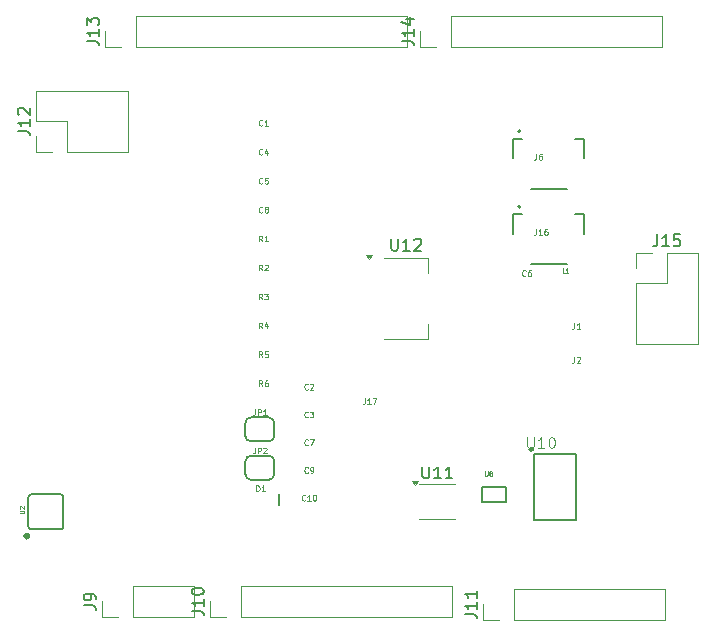
<source format=gbr>
%TF.GenerationSoftware,KiCad,Pcbnew,8.0.5*%
%TF.CreationDate,2024-12-11T22:42:58-06:00*%
%TF.ProjectId,4011MS2,34303131-4d53-4322-9e6b-696361645f70,1.0*%
%TF.SameCoordinates,Original*%
%TF.FileFunction,Legend,Top*%
%TF.FilePolarity,Positive*%
%FSLAX46Y46*%
G04 Gerber Fmt 4.6, Leading zero omitted, Abs format (unit mm)*
G04 Created by KiCad (PCBNEW 8.0.5) date 2024-12-11 22:42:58*
%MOMM*%
%LPD*%
G01*
G04 APERTURE LIST*
%ADD10C,0.121920*%
%ADD11C,0.150000*%
%ADD12C,0.032512*%
%ADD13C,0.030480*%
%ADD14C,0.080000*%
%ADD15C,0.120000*%
%ADD16C,0.203200*%
%ADD17C,0.152400*%
%ADD18C,0.406400*%
%ADD19C,0.127000*%
%ADD20C,0.254000*%
G04 APERTURE END LIST*
D10*
X141569120Y-105914332D02*
X141545897Y-105937555D01*
X141545897Y-105937555D02*
X141476229Y-105960777D01*
X141476229Y-105960777D02*
X141429783Y-105960777D01*
X141429783Y-105960777D02*
X141360114Y-105937555D01*
X141360114Y-105937555D02*
X141313669Y-105891109D01*
X141313669Y-105891109D02*
X141290446Y-105844663D01*
X141290446Y-105844663D02*
X141267223Y-105751772D01*
X141267223Y-105751772D02*
X141267223Y-105682103D01*
X141267223Y-105682103D02*
X141290446Y-105589212D01*
X141290446Y-105589212D02*
X141313669Y-105542766D01*
X141313669Y-105542766D02*
X141360114Y-105496320D01*
X141360114Y-105496320D02*
X141429783Y-105473097D01*
X141429783Y-105473097D02*
X141476229Y-105473097D01*
X141476229Y-105473097D02*
X141545897Y-105496320D01*
X141545897Y-105496320D02*
X141569120Y-105519543D01*
X141801349Y-105960777D02*
X141894240Y-105960777D01*
X141894240Y-105960777D02*
X141940686Y-105937555D01*
X141940686Y-105937555D02*
X141963909Y-105914332D01*
X141963909Y-105914332D02*
X142010354Y-105844663D01*
X142010354Y-105844663D02*
X142033577Y-105751772D01*
X142033577Y-105751772D02*
X142033577Y-105565989D01*
X142033577Y-105565989D02*
X142010354Y-105519543D01*
X142010354Y-105519543D02*
X141987132Y-105496320D01*
X141987132Y-105496320D02*
X141940686Y-105473097D01*
X141940686Y-105473097D02*
X141847794Y-105473097D01*
X141847794Y-105473097D02*
X141801349Y-105496320D01*
X141801349Y-105496320D02*
X141778126Y-105519543D01*
X141778126Y-105519543D02*
X141754903Y-105565989D01*
X141754903Y-105565989D02*
X141754903Y-105682103D01*
X141754903Y-105682103D02*
X141778126Y-105728549D01*
X141778126Y-105728549D02*
X141801349Y-105751772D01*
X141801349Y-105751772D02*
X141847794Y-105774995D01*
X141847794Y-105774995D02*
X141940686Y-105774995D01*
X141940686Y-105774995D02*
X141987132Y-105751772D01*
X141987132Y-105751772D02*
X142010354Y-105728549D01*
X142010354Y-105728549D02*
X142033577Y-105682103D01*
X137719120Y-83864332D02*
X137695897Y-83887555D01*
X137695897Y-83887555D02*
X137626229Y-83910777D01*
X137626229Y-83910777D02*
X137579783Y-83910777D01*
X137579783Y-83910777D02*
X137510114Y-83887555D01*
X137510114Y-83887555D02*
X137463669Y-83841109D01*
X137463669Y-83841109D02*
X137440446Y-83794663D01*
X137440446Y-83794663D02*
X137417223Y-83701772D01*
X137417223Y-83701772D02*
X137417223Y-83632103D01*
X137417223Y-83632103D02*
X137440446Y-83539212D01*
X137440446Y-83539212D02*
X137463669Y-83492766D01*
X137463669Y-83492766D02*
X137510114Y-83446320D01*
X137510114Y-83446320D02*
X137579783Y-83423097D01*
X137579783Y-83423097D02*
X137626229Y-83423097D01*
X137626229Y-83423097D02*
X137695897Y-83446320D01*
X137695897Y-83446320D02*
X137719120Y-83469543D01*
X137997794Y-83632103D02*
X137951349Y-83608880D01*
X137951349Y-83608880D02*
X137928126Y-83585657D01*
X137928126Y-83585657D02*
X137904903Y-83539212D01*
X137904903Y-83539212D02*
X137904903Y-83515989D01*
X137904903Y-83515989D02*
X137928126Y-83469543D01*
X137928126Y-83469543D02*
X137951349Y-83446320D01*
X137951349Y-83446320D02*
X137997794Y-83423097D01*
X137997794Y-83423097D02*
X138090686Y-83423097D01*
X138090686Y-83423097D02*
X138137132Y-83446320D01*
X138137132Y-83446320D02*
X138160354Y-83469543D01*
X138160354Y-83469543D02*
X138183577Y-83515989D01*
X138183577Y-83515989D02*
X138183577Y-83539212D01*
X138183577Y-83539212D02*
X138160354Y-83585657D01*
X138160354Y-83585657D02*
X138137132Y-83608880D01*
X138137132Y-83608880D02*
X138090686Y-83632103D01*
X138090686Y-83632103D02*
X137997794Y-83632103D01*
X137997794Y-83632103D02*
X137951349Y-83655326D01*
X137951349Y-83655326D02*
X137928126Y-83678549D01*
X137928126Y-83678549D02*
X137904903Y-83724995D01*
X137904903Y-83724995D02*
X137904903Y-83817886D01*
X137904903Y-83817886D02*
X137928126Y-83864332D01*
X137928126Y-83864332D02*
X137951349Y-83887555D01*
X137951349Y-83887555D02*
X137997794Y-83910777D01*
X137997794Y-83910777D02*
X138090686Y-83910777D01*
X138090686Y-83910777D02*
X138137132Y-83887555D01*
X138137132Y-83887555D02*
X138160354Y-83864332D01*
X138160354Y-83864332D02*
X138183577Y-83817886D01*
X138183577Y-83817886D02*
X138183577Y-83724995D01*
X138183577Y-83724995D02*
X138160354Y-83678549D01*
X138160354Y-83678549D02*
X138137132Y-83655326D01*
X138137132Y-83655326D02*
X138090686Y-83632103D01*
D11*
X151261905Y-105425819D02*
X151261905Y-106235342D01*
X151261905Y-106235342D02*
X151309524Y-106330580D01*
X151309524Y-106330580D02*
X151357143Y-106378200D01*
X151357143Y-106378200D02*
X151452381Y-106425819D01*
X151452381Y-106425819D02*
X151642857Y-106425819D01*
X151642857Y-106425819D02*
X151738095Y-106378200D01*
X151738095Y-106378200D02*
X151785714Y-106330580D01*
X151785714Y-106330580D02*
X151833333Y-106235342D01*
X151833333Y-106235342D02*
X151833333Y-105425819D01*
X152833333Y-106425819D02*
X152261905Y-106425819D01*
X152547619Y-106425819D02*
X152547619Y-105425819D01*
X152547619Y-105425819D02*
X152452381Y-105568676D01*
X152452381Y-105568676D02*
X152357143Y-105663914D01*
X152357143Y-105663914D02*
X152261905Y-105711533D01*
X153785714Y-106425819D02*
X153214286Y-106425819D01*
X153500000Y-106425819D02*
X153500000Y-105425819D01*
X153500000Y-105425819D02*
X153404762Y-105568676D01*
X153404762Y-105568676D02*
X153309524Y-105663914D01*
X153309524Y-105663914D02*
X153214286Y-105711533D01*
D10*
X141569120Y-98861932D02*
X141545897Y-98885155D01*
X141545897Y-98885155D02*
X141476229Y-98908377D01*
X141476229Y-98908377D02*
X141429783Y-98908377D01*
X141429783Y-98908377D02*
X141360114Y-98885155D01*
X141360114Y-98885155D02*
X141313669Y-98838709D01*
X141313669Y-98838709D02*
X141290446Y-98792263D01*
X141290446Y-98792263D02*
X141267223Y-98699372D01*
X141267223Y-98699372D02*
X141267223Y-98629703D01*
X141267223Y-98629703D02*
X141290446Y-98536812D01*
X141290446Y-98536812D02*
X141313669Y-98490366D01*
X141313669Y-98490366D02*
X141360114Y-98443920D01*
X141360114Y-98443920D02*
X141429783Y-98420697D01*
X141429783Y-98420697D02*
X141476229Y-98420697D01*
X141476229Y-98420697D02*
X141545897Y-98443920D01*
X141545897Y-98443920D02*
X141569120Y-98467143D01*
X141754903Y-98467143D02*
X141778126Y-98443920D01*
X141778126Y-98443920D02*
X141824572Y-98420697D01*
X141824572Y-98420697D02*
X141940686Y-98420697D01*
X141940686Y-98420697D02*
X141987132Y-98443920D01*
X141987132Y-98443920D02*
X142010354Y-98467143D01*
X142010354Y-98467143D02*
X142033577Y-98513589D01*
X142033577Y-98513589D02*
X142033577Y-98560035D01*
X142033577Y-98560035D02*
X142010354Y-98629703D01*
X142010354Y-98629703D02*
X141731680Y-98908377D01*
X141731680Y-98908377D02*
X142033577Y-98908377D01*
X160903661Y-78941297D02*
X160903661Y-79289640D01*
X160903661Y-79289640D02*
X160880438Y-79359309D01*
X160880438Y-79359309D02*
X160833992Y-79405755D01*
X160833992Y-79405755D02*
X160764324Y-79428977D01*
X160764324Y-79428977D02*
X160717878Y-79428977D01*
X161344896Y-78941297D02*
X161252004Y-78941297D01*
X161252004Y-78941297D02*
X161205558Y-78964520D01*
X161205558Y-78964520D02*
X161182336Y-78987743D01*
X161182336Y-78987743D02*
X161135890Y-79057412D01*
X161135890Y-79057412D02*
X161112667Y-79150303D01*
X161112667Y-79150303D02*
X161112667Y-79336086D01*
X161112667Y-79336086D02*
X161135890Y-79382532D01*
X161135890Y-79382532D02*
X161159113Y-79405755D01*
X161159113Y-79405755D02*
X161205558Y-79428977D01*
X161205558Y-79428977D02*
X161298450Y-79428977D01*
X161298450Y-79428977D02*
X161344896Y-79405755D01*
X161344896Y-79405755D02*
X161368118Y-79382532D01*
X161368118Y-79382532D02*
X161391341Y-79336086D01*
X161391341Y-79336086D02*
X161391341Y-79219972D01*
X161391341Y-79219972D02*
X161368118Y-79173526D01*
X161368118Y-79173526D02*
X161344896Y-79150303D01*
X161344896Y-79150303D02*
X161298450Y-79127080D01*
X161298450Y-79127080D02*
X161205558Y-79127080D01*
X161205558Y-79127080D02*
X161159113Y-79150303D01*
X161159113Y-79150303D02*
X161135890Y-79173526D01*
X161135890Y-79173526D02*
X161112667Y-79219972D01*
D11*
X131744819Y-117649523D02*
X132459104Y-117649523D01*
X132459104Y-117649523D02*
X132601961Y-117697142D01*
X132601961Y-117697142D02*
X132697200Y-117792380D01*
X132697200Y-117792380D02*
X132744819Y-117935237D01*
X132744819Y-117935237D02*
X132744819Y-118030475D01*
X132744819Y-116649523D02*
X132744819Y-117220951D01*
X132744819Y-116935237D02*
X131744819Y-116935237D01*
X131744819Y-116935237D02*
X131887676Y-117030475D01*
X131887676Y-117030475D02*
X131982914Y-117125713D01*
X131982914Y-117125713D02*
X132030533Y-117220951D01*
X131744819Y-116030475D02*
X131744819Y-115935237D01*
X131744819Y-115935237D02*
X131792438Y-115839999D01*
X131792438Y-115839999D02*
X131840057Y-115792380D01*
X131840057Y-115792380D02*
X131935295Y-115744761D01*
X131935295Y-115744761D02*
X132125771Y-115697142D01*
X132125771Y-115697142D02*
X132363866Y-115697142D01*
X132363866Y-115697142D02*
X132554342Y-115744761D01*
X132554342Y-115744761D02*
X132649580Y-115792380D01*
X132649580Y-115792380D02*
X132697200Y-115839999D01*
X132697200Y-115839999D02*
X132744819Y-115935237D01*
X132744819Y-115935237D02*
X132744819Y-116030475D01*
X132744819Y-116030475D02*
X132697200Y-116125713D01*
X132697200Y-116125713D02*
X132649580Y-116173332D01*
X132649580Y-116173332D02*
X132554342Y-116220951D01*
X132554342Y-116220951D02*
X132363866Y-116268570D01*
X132363866Y-116268570D02*
X132125771Y-116268570D01*
X132125771Y-116268570D02*
X131935295Y-116220951D01*
X131935295Y-116220951D02*
X131840057Y-116173332D01*
X131840057Y-116173332D02*
X131792438Y-116125713D01*
X131792438Y-116125713D02*
X131744819Y-116030475D01*
D10*
X137719120Y-91263177D02*
X137556560Y-91030949D01*
X137440446Y-91263177D02*
X137440446Y-90775497D01*
X137440446Y-90775497D02*
X137626229Y-90775497D01*
X137626229Y-90775497D02*
X137672674Y-90798720D01*
X137672674Y-90798720D02*
X137695897Y-90821943D01*
X137695897Y-90821943D02*
X137719120Y-90868389D01*
X137719120Y-90868389D02*
X137719120Y-90938057D01*
X137719120Y-90938057D02*
X137695897Y-90984503D01*
X137695897Y-90984503D02*
X137672674Y-91007726D01*
X137672674Y-91007726D02*
X137626229Y-91030949D01*
X137626229Y-91030949D02*
X137440446Y-91030949D01*
X137881680Y-90775497D02*
X138183577Y-90775497D01*
X138183577Y-90775497D02*
X138021017Y-90961280D01*
X138021017Y-90961280D02*
X138090686Y-90961280D01*
X138090686Y-90961280D02*
X138137132Y-90984503D01*
X138137132Y-90984503D02*
X138160354Y-91007726D01*
X138160354Y-91007726D02*
X138183577Y-91054172D01*
X138183577Y-91054172D02*
X138183577Y-91170286D01*
X138183577Y-91170286D02*
X138160354Y-91216732D01*
X138160354Y-91216732D02*
X138137132Y-91239955D01*
X138137132Y-91239955D02*
X138090686Y-91263177D01*
X138090686Y-91263177D02*
X137951349Y-91263177D01*
X137951349Y-91263177D02*
X137904903Y-91239955D01*
X137904903Y-91239955D02*
X137881680Y-91216732D01*
D12*
X117157665Y-109389590D02*
X117460336Y-109389590D01*
X117460336Y-109389590D02*
X117495944Y-109371785D01*
X117495944Y-109371785D02*
X117513749Y-109353981D01*
X117513749Y-109353981D02*
X117531553Y-109318373D01*
X117531553Y-109318373D02*
X117531553Y-109247156D01*
X117531553Y-109247156D02*
X117513749Y-109211548D01*
X117513749Y-109211548D02*
X117495944Y-109193743D01*
X117495944Y-109193743D02*
X117460336Y-109175939D01*
X117460336Y-109175939D02*
X117157665Y-109175939D01*
X117193273Y-109015702D02*
X117175469Y-108997898D01*
X117175469Y-108997898D02*
X117157665Y-108962289D01*
X117157665Y-108962289D02*
X117157665Y-108873268D01*
X117157665Y-108873268D02*
X117175469Y-108837660D01*
X117175469Y-108837660D02*
X117193273Y-108819856D01*
X117193273Y-108819856D02*
X117228881Y-108802051D01*
X117228881Y-108802051D02*
X117264490Y-108802051D01*
X117264490Y-108802051D02*
X117317902Y-108819856D01*
X117317902Y-108819856D02*
X117531553Y-109033506D01*
X117531553Y-109033506D02*
X117531553Y-108802051D01*
D10*
X137719120Y-78962732D02*
X137695897Y-78985955D01*
X137695897Y-78985955D02*
X137626229Y-79009177D01*
X137626229Y-79009177D02*
X137579783Y-79009177D01*
X137579783Y-79009177D02*
X137510114Y-78985955D01*
X137510114Y-78985955D02*
X137463669Y-78939509D01*
X137463669Y-78939509D02*
X137440446Y-78893063D01*
X137440446Y-78893063D02*
X137417223Y-78800172D01*
X137417223Y-78800172D02*
X137417223Y-78730503D01*
X137417223Y-78730503D02*
X137440446Y-78637612D01*
X137440446Y-78637612D02*
X137463669Y-78591166D01*
X137463669Y-78591166D02*
X137510114Y-78544720D01*
X137510114Y-78544720D02*
X137579783Y-78521497D01*
X137579783Y-78521497D02*
X137626229Y-78521497D01*
X137626229Y-78521497D02*
X137695897Y-78544720D01*
X137695897Y-78544720D02*
X137719120Y-78567943D01*
X138137132Y-78684057D02*
X138137132Y-79009177D01*
X138021017Y-78498275D02*
X137904903Y-78846617D01*
X137904903Y-78846617D02*
X138206800Y-78846617D01*
D11*
X149524819Y-69389523D02*
X150239104Y-69389523D01*
X150239104Y-69389523D02*
X150381961Y-69437142D01*
X150381961Y-69437142D02*
X150477200Y-69532380D01*
X150477200Y-69532380D02*
X150524819Y-69675237D01*
X150524819Y-69675237D02*
X150524819Y-69770475D01*
X150524819Y-68389523D02*
X150524819Y-68960951D01*
X150524819Y-68675237D02*
X149524819Y-68675237D01*
X149524819Y-68675237D02*
X149667676Y-68770475D01*
X149667676Y-68770475D02*
X149762914Y-68865713D01*
X149762914Y-68865713D02*
X149810533Y-68960951D01*
X149858152Y-67532380D02*
X150524819Y-67532380D01*
X149477200Y-67770475D02*
X150191485Y-68008570D01*
X150191485Y-68008570D02*
X150191485Y-67389523D01*
D10*
X137719120Y-76511932D02*
X137695897Y-76535155D01*
X137695897Y-76535155D02*
X137626229Y-76558377D01*
X137626229Y-76558377D02*
X137579783Y-76558377D01*
X137579783Y-76558377D02*
X137510114Y-76535155D01*
X137510114Y-76535155D02*
X137463669Y-76488709D01*
X137463669Y-76488709D02*
X137440446Y-76442263D01*
X137440446Y-76442263D02*
X137417223Y-76349372D01*
X137417223Y-76349372D02*
X137417223Y-76279703D01*
X137417223Y-76279703D02*
X137440446Y-76186812D01*
X137440446Y-76186812D02*
X137463669Y-76140366D01*
X137463669Y-76140366D02*
X137510114Y-76093920D01*
X137510114Y-76093920D02*
X137579783Y-76070697D01*
X137579783Y-76070697D02*
X137626229Y-76070697D01*
X137626229Y-76070697D02*
X137695897Y-76093920D01*
X137695897Y-76093920D02*
X137719120Y-76117143D01*
X138183577Y-76558377D02*
X137904903Y-76558377D01*
X138044240Y-76558377D02*
X138044240Y-76070697D01*
X138044240Y-76070697D02*
X137997794Y-76140366D01*
X137997794Y-76140366D02*
X137951349Y-76186812D01*
X137951349Y-76186812D02*
X137904903Y-76210035D01*
X137719120Y-98615577D02*
X137556560Y-98383349D01*
X137440446Y-98615577D02*
X137440446Y-98127897D01*
X137440446Y-98127897D02*
X137626229Y-98127897D01*
X137626229Y-98127897D02*
X137672674Y-98151120D01*
X137672674Y-98151120D02*
X137695897Y-98174343D01*
X137695897Y-98174343D02*
X137719120Y-98220789D01*
X137719120Y-98220789D02*
X137719120Y-98290457D01*
X137719120Y-98290457D02*
X137695897Y-98336903D01*
X137695897Y-98336903D02*
X137672674Y-98360126D01*
X137672674Y-98360126D02*
X137626229Y-98383349D01*
X137626229Y-98383349D02*
X137440446Y-98383349D01*
X138137132Y-98127897D02*
X138044240Y-98127897D01*
X138044240Y-98127897D02*
X137997794Y-98151120D01*
X137997794Y-98151120D02*
X137974572Y-98174343D01*
X137974572Y-98174343D02*
X137928126Y-98244012D01*
X137928126Y-98244012D02*
X137904903Y-98336903D01*
X137904903Y-98336903D02*
X137904903Y-98522686D01*
X137904903Y-98522686D02*
X137928126Y-98569132D01*
X137928126Y-98569132D02*
X137951349Y-98592355D01*
X137951349Y-98592355D02*
X137997794Y-98615577D01*
X137997794Y-98615577D02*
X138090686Y-98615577D01*
X138090686Y-98615577D02*
X138137132Y-98592355D01*
X138137132Y-98592355D02*
X138160354Y-98569132D01*
X138160354Y-98569132D02*
X138183577Y-98522686D01*
X138183577Y-98522686D02*
X138183577Y-98406572D01*
X138183577Y-98406572D02*
X138160354Y-98360126D01*
X138160354Y-98360126D02*
X138137132Y-98336903D01*
X138137132Y-98336903D02*
X138090686Y-98313680D01*
X138090686Y-98313680D02*
X137997794Y-98313680D01*
X137997794Y-98313680D02*
X137951349Y-98336903D01*
X137951349Y-98336903D02*
X137928126Y-98360126D01*
X137928126Y-98360126D02*
X137904903Y-98406572D01*
D11*
X122600819Y-117173333D02*
X123315104Y-117173333D01*
X123315104Y-117173333D02*
X123457961Y-117220952D01*
X123457961Y-117220952D02*
X123553200Y-117316190D01*
X123553200Y-117316190D02*
X123600819Y-117459047D01*
X123600819Y-117459047D02*
X123600819Y-117554285D01*
X123600819Y-116649523D02*
X123600819Y-116459047D01*
X123600819Y-116459047D02*
X123553200Y-116363809D01*
X123553200Y-116363809D02*
X123505580Y-116316190D01*
X123505580Y-116316190D02*
X123362723Y-116220952D01*
X123362723Y-116220952D02*
X123172247Y-116173333D01*
X123172247Y-116173333D02*
X122791295Y-116173333D01*
X122791295Y-116173333D02*
X122696057Y-116220952D01*
X122696057Y-116220952D02*
X122648438Y-116268571D01*
X122648438Y-116268571D02*
X122600819Y-116363809D01*
X122600819Y-116363809D02*
X122600819Y-116554285D01*
X122600819Y-116554285D02*
X122648438Y-116649523D01*
X122648438Y-116649523D02*
X122696057Y-116697142D01*
X122696057Y-116697142D02*
X122791295Y-116744761D01*
X122791295Y-116744761D02*
X123029390Y-116744761D01*
X123029390Y-116744761D02*
X123124628Y-116697142D01*
X123124628Y-116697142D02*
X123172247Y-116649523D01*
X123172247Y-116649523D02*
X123219866Y-116554285D01*
X123219866Y-116554285D02*
X123219866Y-116363809D01*
X123219866Y-116363809D02*
X123172247Y-116268571D01*
X123172247Y-116268571D02*
X123124628Y-116220952D01*
X123124628Y-116220952D02*
X123029390Y-116173333D01*
D13*
X163315423Y-88996518D02*
X163148509Y-88996518D01*
X163148509Y-88996518D02*
X163148509Y-88645998D01*
X163615868Y-88996518D02*
X163415571Y-88996518D01*
X163515720Y-88996518D02*
X163515720Y-88645998D01*
X163515720Y-88645998D02*
X163482337Y-88696072D01*
X163482337Y-88696072D02*
X163448954Y-88729455D01*
X163448954Y-88729455D02*
X163415571Y-88746147D01*
D11*
X154858819Y-117903523D02*
X155573104Y-117903523D01*
X155573104Y-117903523D02*
X155715961Y-117951142D01*
X155715961Y-117951142D02*
X155811200Y-118046380D01*
X155811200Y-118046380D02*
X155858819Y-118189237D01*
X155858819Y-118189237D02*
X155858819Y-118284475D01*
X155858819Y-116903523D02*
X155858819Y-117474951D01*
X155858819Y-117189237D02*
X154858819Y-117189237D01*
X154858819Y-117189237D02*
X155001676Y-117284475D01*
X155001676Y-117284475D02*
X155096914Y-117379713D01*
X155096914Y-117379713D02*
X155144533Y-117474951D01*
X155858819Y-115951142D02*
X155858819Y-116522570D01*
X155858819Y-116236856D02*
X154858819Y-116236856D01*
X154858819Y-116236856D02*
X155001676Y-116332094D01*
X155001676Y-116332094D02*
X155096914Y-116427332D01*
X155096914Y-116427332D02*
X155144533Y-116522570D01*
D10*
X164130461Y-96133697D02*
X164130461Y-96482040D01*
X164130461Y-96482040D02*
X164107238Y-96551709D01*
X164107238Y-96551709D02*
X164060792Y-96598155D01*
X164060792Y-96598155D02*
X163991124Y-96621377D01*
X163991124Y-96621377D02*
X163944678Y-96621377D01*
X164339467Y-96180143D02*
X164362690Y-96156920D01*
X164362690Y-96156920D02*
X164409136Y-96133697D01*
X164409136Y-96133697D02*
X164525250Y-96133697D01*
X164525250Y-96133697D02*
X164571696Y-96156920D01*
X164571696Y-96156920D02*
X164594918Y-96180143D01*
X164594918Y-96180143D02*
X164618141Y-96226589D01*
X164618141Y-96226589D02*
X164618141Y-96273035D01*
X164618141Y-96273035D02*
X164594918Y-96342703D01*
X164594918Y-96342703D02*
X164316244Y-96621377D01*
X164316244Y-96621377D02*
X164618141Y-96621377D01*
X137089400Y-103817097D02*
X137089400Y-104165440D01*
X137089400Y-104165440D02*
X137066177Y-104235109D01*
X137066177Y-104235109D02*
X137019731Y-104281555D01*
X137019731Y-104281555D02*
X136950063Y-104304777D01*
X136950063Y-104304777D02*
X136903617Y-104304777D01*
X137321629Y-104304777D02*
X137321629Y-103817097D01*
X137321629Y-103817097D02*
X137507412Y-103817097D01*
X137507412Y-103817097D02*
X137553857Y-103840320D01*
X137553857Y-103840320D02*
X137577080Y-103863543D01*
X137577080Y-103863543D02*
X137600303Y-103909989D01*
X137600303Y-103909989D02*
X137600303Y-103979657D01*
X137600303Y-103979657D02*
X137577080Y-104026103D01*
X137577080Y-104026103D02*
X137553857Y-104049326D01*
X137553857Y-104049326D02*
X137507412Y-104072549D01*
X137507412Y-104072549D02*
X137321629Y-104072549D01*
X137786086Y-103863543D02*
X137809309Y-103840320D01*
X137809309Y-103840320D02*
X137855755Y-103817097D01*
X137855755Y-103817097D02*
X137971869Y-103817097D01*
X137971869Y-103817097D02*
X138018315Y-103840320D01*
X138018315Y-103840320D02*
X138041537Y-103863543D01*
X138041537Y-103863543D02*
X138064760Y-103909989D01*
X138064760Y-103909989D02*
X138064760Y-103956435D01*
X138064760Y-103956435D02*
X138041537Y-104026103D01*
X138041537Y-104026103D02*
X137762863Y-104304777D01*
X137762863Y-104304777D02*
X138064760Y-104304777D01*
X141569120Y-101212732D02*
X141545897Y-101235955D01*
X141545897Y-101235955D02*
X141476229Y-101259177D01*
X141476229Y-101259177D02*
X141429783Y-101259177D01*
X141429783Y-101259177D02*
X141360114Y-101235955D01*
X141360114Y-101235955D02*
X141313669Y-101189509D01*
X141313669Y-101189509D02*
X141290446Y-101143063D01*
X141290446Y-101143063D02*
X141267223Y-101050172D01*
X141267223Y-101050172D02*
X141267223Y-100980503D01*
X141267223Y-100980503D02*
X141290446Y-100887612D01*
X141290446Y-100887612D02*
X141313669Y-100841166D01*
X141313669Y-100841166D02*
X141360114Y-100794720D01*
X141360114Y-100794720D02*
X141429783Y-100771497D01*
X141429783Y-100771497D02*
X141476229Y-100771497D01*
X141476229Y-100771497D02*
X141545897Y-100794720D01*
X141545897Y-100794720D02*
X141569120Y-100817943D01*
X141731680Y-100771497D02*
X142033577Y-100771497D01*
X142033577Y-100771497D02*
X141871017Y-100957280D01*
X141871017Y-100957280D02*
X141940686Y-100957280D01*
X141940686Y-100957280D02*
X141987132Y-100980503D01*
X141987132Y-100980503D02*
X142010354Y-101003726D01*
X142010354Y-101003726D02*
X142033577Y-101050172D01*
X142033577Y-101050172D02*
X142033577Y-101166286D01*
X142033577Y-101166286D02*
X142010354Y-101212732D01*
X142010354Y-101212732D02*
X141987132Y-101235955D01*
X141987132Y-101235955D02*
X141940686Y-101259177D01*
X141940686Y-101259177D02*
X141801349Y-101259177D01*
X141801349Y-101259177D02*
X141754903Y-101235955D01*
X141754903Y-101235955D02*
X141731680Y-101212732D01*
X137192046Y-107507827D02*
X137192046Y-107020147D01*
X137192046Y-107020147D02*
X137308160Y-107020147D01*
X137308160Y-107020147D02*
X137377829Y-107043370D01*
X137377829Y-107043370D02*
X137424274Y-107089816D01*
X137424274Y-107089816D02*
X137447497Y-107136262D01*
X137447497Y-107136262D02*
X137470720Y-107229153D01*
X137470720Y-107229153D02*
X137470720Y-107298822D01*
X137470720Y-107298822D02*
X137447497Y-107391713D01*
X137447497Y-107391713D02*
X137424274Y-107438159D01*
X137424274Y-107438159D02*
X137377829Y-107484605D01*
X137377829Y-107484605D02*
X137308160Y-107507827D01*
X137308160Y-107507827D02*
X137192046Y-107507827D01*
X137935177Y-107507827D02*
X137656503Y-107507827D01*
X137795840Y-107507827D02*
X137795840Y-107020147D01*
X137795840Y-107020147D02*
X137749394Y-107089816D01*
X137749394Y-107089816D02*
X137702949Y-107136262D01*
X137702949Y-107136262D02*
X137656503Y-107159485D01*
D12*
X156559909Y-105835665D02*
X156559909Y-106138336D01*
X156559909Y-106138336D02*
X156577714Y-106173944D01*
X156577714Y-106173944D02*
X156595518Y-106191749D01*
X156595518Y-106191749D02*
X156631126Y-106209553D01*
X156631126Y-106209553D02*
X156702343Y-106209553D01*
X156702343Y-106209553D02*
X156737951Y-106191749D01*
X156737951Y-106191749D02*
X156755756Y-106173944D01*
X156755756Y-106173944D02*
X156773560Y-106138336D01*
X156773560Y-106138336D02*
X156773560Y-105835665D01*
X157005014Y-105995902D02*
X156969406Y-105978098D01*
X156969406Y-105978098D02*
X156951601Y-105960294D01*
X156951601Y-105960294D02*
X156933797Y-105924686D01*
X156933797Y-105924686D02*
X156933797Y-105906881D01*
X156933797Y-105906881D02*
X156951601Y-105871273D01*
X156951601Y-105871273D02*
X156969406Y-105853469D01*
X156969406Y-105853469D02*
X157005014Y-105835665D01*
X157005014Y-105835665D02*
X157076231Y-105835665D01*
X157076231Y-105835665D02*
X157111839Y-105853469D01*
X157111839Y-105853469D02*
X157129643Y-105871273D01*
X157129643Y-105871273D02*
X157147448Y-105906881D01*
X157147448Y-105906881D02*
X157147448Y-105924686D01*
X157147448Y-105924686D02*
X157129643Y-105960294D01*
X157129643Y-105960294D02*
X157111839Y-105978098D01*
X157111839Y-105978098D02*
X157076231Y-105995902D01*
X157076231Y-105995902D02*
X157005014Y-105995902D01*
X157005014Y-105995902D02*
X156969406Y-106013707D01*
X156969406Y-106013707D02*
X156951601Y-106031511D01*
X156951601Y-106031511D02*
X156933797Y-106067119D01*
X156933797Y-106067119D02*
X156933797Y-106138336D01*
X156933797Y-106138336D02*
X156951601Y-106173944D01*
X156951601Y-106173944D02*
X156969406Y-106191749D01*
X156969406Y-106191749D02*
X157005014Y-106209553D01*
X157005014Y-106209553D02*
X157076231Y-106209553D01*
X157076231Y-106209553D02*
X157111839Y-106191749D01*
X157111839Y-106191749D02*
X157129643Y-106173944D01*
X157129643Y-106173944D02*
X157147448Y-106138336D01*
X157147448Y-106138336D02*
X157147448Y-106067119D01*
X157147448Y-106067119D02*
X157129643Y-106031511D01*
X157129643Y-106031511D02*
X157111839Y-106013707D01*
X157111839Y-106013707D02*
X157076231Y-105995902D01*
D10*
X137719120Y-86361577D02*
X137556560Y-86129349D01*
X137440446Y-86361577D02*
X137440446Y-85873897D01*
X137440446Y-85873897D02*
X137626229Y-85873897D01*
X137626229Y-85873897D02*
X137672674Y-85897120D01*
X137672674Y-85897120D02*
X137695897Y-85920343D01*
X137695897Y-85920343D02*
X137719120Y-85966789D01*
X137719120Y-85966789D02*
X137719120Y-86036457D01*
X137719120Y-86036457D02*
X137695897Y-86082903D01*
X137695897Y-86082903D02*
X137672674Y-86106126D01*
X137672674Y-86106126D02*
X137626229Y-86129349D01*
X137626229Y-86129349D02*
X137440446Y-86129349D01*
X138183577Y-86361577D02*
X137904903Y-86361577D01*
X138044240Y-86361577D02*
X138044240Y-85873897D01*
X138044240Y-85873897D02*
X137997794Y-85943566D01*
X137997794Y-85943566D02*
X137951349Y-85990012D01*
X137951349Y-85990012D02*
X137904903Y-86013235D01*
X141569120Y-103563532D02*
X141545897Y-103586755D01*
X141545897Y-103586755D02*
X141476229Y-103609977D01*
X141476229Y-103609977D02*
X141429783Y-103609977D01*
X141429783Y-103609977D02*
X141360114Y-103586755D01*
X141360114Y-103586755D02*
X141313669Y-103540309D01*
X141313669Y-103540309D02*
X141290446Y-103493863D01*
X141290446Y-103493863D02*
X141267223Y-103400972D01*
X141267223Y-103400972D02*
X141267223Y-103331303D01*
X141267223Y-103331303D02*
X141290446Y-103238412D01*
X141290446Y-103238412D02*
X141313669Y-103191966D01*
X141313669Y-103191966D02*
X141360114Y-103145520D01*
X141360114Y-103145520D02*
X141429783Y-103122297D01*
X141429783Y-103122297D02*
X141476229Y-103122297D01*
X141476229Y-103122297D02*
X141545897Y-103145520D01*
X141545897Y-103145520D02*
X141569120Y-103168743D01*
X141731680Y-103122297D02*
X142056800Y-103122297D01*
X142056800Y-103122297D02*
X141847794Y-103609977D01*
X146385661Y-99649297D02*
X146385661Y-99997640D01*
X146385661Y-99997640D02*
X146362438Y-100067309D01*
X146362438Y-100067309D02*
X146315992Y-100113755D01*
X146315992Y-100113755D02*
X146246324Y-100136977D01*
X146246324Y-100136977D02*
X146199878Y-100136977D01*
X146873341Y-100136977D02*
X146594667Y-100136977D01*
X146734004Y-100136977D02*
X146734004Y-99649297D01*
X146734004Y-99649297D02*
X146687558Y-99718966D01*
X146687558Y-99718966D02*
X146641113Y-99765412D01*
X146641113Y-99765412D02*
X146594667Y-99788635D01*
X147035901Y-99649297D02*
X147361021Y-99649297D01*
X147361021Y-99649297D02*
X147152015Y-100136977D01*
X137089400Y-100581897D02*
X137089400Y-100930240D01*
X137089400Y-100930240D02*
X137066177Y-100999909D01*
X137066177Y-100999909D02*
X137019731Y-101046355D01*
X137019731Y-101046355D02*
X136950063Y-101069577D01*
X136950063Y-101069577D02*
X136903617Y-101069577D01*
X137321629Y-101069577D02*
X137321629Y-100581897D01*
X137321629Y-100581897D02*
X137507412Y-100581897D01*
X137507412Y-100581897D02*
X137553857Y-100605120D01*
X137553857Y-100605120D02*
X137577080Y-100628343D01*
X137577080Y-100628343D02*
X137600303Y-100674789D01*
X137600303Y-100674789D02*
X137600303Y-100744457D01*
X137600303Y-100744457D02*
X137577080Y-100790903D01*
X137577080Y-100790903D02*
X137553857Y-100814126D01*
X137553857Y-100814126D02*
X137507412Y-100837349D01*
X137507412Y-100837349D02*
X137321629Y-100837349D01*
X138064760Y-101069577D02*
X137786086Y-101069577D01*
X137925423Y-101069577D02*
X137925423Y-100581897D01*
X137925423Y-100581897D02*
X137878977Y-100651566D01*
X137878977Y-100651566D02*
X137832532Y-100698012D01*
X137832532Y-100698012D02*
X137786086Y-100721235D01*
D14*
X160143678Y-102926249D02*
X160143678Y-103671011D01*
X160143678Y-103671011D02*
X160187488Y-103758630D01*
X160187488Y-103758630D02*
X160231297Y-103802440D01*
X160231297Y-103802440D02*
X160318916Y-103846249D01*
X160318916Y-103846249D02*
X160494154Y-103846249D01*
X160494154Y-103846249D02*
X160581773Y-103802440D01*
X160581773Y-103802440D02*
X160625583Y-103758630D01*
X160625583Y-103758630D02*
X160669392Y-103671011D01*
X160669392Y-103671011D02*
X160669392Y-102926249D01*
X161589393Y-103846249D02*
X161063679Y-103846249D01*
X161326536Y-103846249D02*
X161326536Y-102926249D01*
X161326536Y-102926249D02*
X161238917Y-103057678D01*
X161238917Y-103057678D02*
X161151298Y-103145297D01*
X161151298Y-103145297D02*
X161063679Y-103189106D01*
X162158916Y-102926249D02*
X162246535Y-102926249D01*
X162246535Y-102926249D02*
X162334154Y-102970059D01*
X162334154Y-102970059D02*
X162377964Y-103013868D01*
X162377964Y-103013868D02*
X162421773Y-103101487D01*
X162421773Y-103101487D02*
X162465583Y-103276725D01*
X162465583Y-103276725D02*
X162465583Y-103495773D01*
X162465583Y-103495773D02*
X162421773Y-103671011D01*
X162421773Y-103671011D02*
X162377964Y-103758630D01*
X162377964Y-103758630D02*
X162334154Y-103802440D01*
X162334154Y-103802440D02*
X162246535Y-103846249D01*
X162246535Y-103846249D02*
X162158916Y-103846249D01*
X162158916Y-103846249D02*
X162071297Y-103802440D01*
X162071297Y-103802440D02*
X162027488Y-103758630D01*
X162027488Y-103758630D02*
X161983678Y-103671011D01*
X161983678Y-103671011D02*
X161939869Y-103495773D01*
X161939869Y-103495773D02*
X161939869Y-103276725D01*
X161939869Y-103276725D02*
X161983678Y-103101487D01*
X161983678Y-103101487D02*
X162027488Y-103013868D01*
X162027488Y-103013868D02*
X162071297Y-102970059D01*
X162071297Y-102970059D02*
X162158916Y-102926249D01*
D10*
X137719120Y-81413532D02*
X137695897Y-81436755D01*
X137695897Y-81436755D02*
X137626229Y-81459977D01*
X137626229Y-81459977D02*
X137579783Y-81459977D01*
X137579783Y-81459977D02*
X137510114Y-81436755D01*
X137510114Y-81436755D02*
X137463669Y-81390309D01*
X137463669Y-81390309D02*
X137440446Y-81343863D01*
X137440446Y-81343863D02*
X137417223Y-81250972D01*
X137417223Y-81250972D02*
X137417223Y-81181303D01*
X137417223Y-81181303D02*
X137440446Y-81088412D01*
X137440446Y-81088412D02*
X137463669Y-81041966D01*
X137463669Y-81041966D02*
X137510114Y-80995520D01*
X137510114Y-80995520D02*
X137579783Y-80972297D01*
X137579783Y-80972297D02*
X137626229Y-80972297D01*
X137626229Y-80972297D02*
X137695897Y-80995520D01*
X137695897Y-80995520D02*
X137719120Y-81018743D01*
X138160354Y-80972297D02*
X137928126Y-80972297D01*
X137928126Y-80972297D02*
X137904903Y-81204526D01*
X137904903Y-81204526D02*
X137928126Y-81181303D01*
X137928126Y-81181303D02*
X137974572Y-81158080D01*
X137974572Y-81158080D02*
X138090686Y-81158080D01*
X138090686Y-81158080D02*
X138137132Y-81181303D01*
X138137132Y-81181303D02*
X138160354Y-81204526D01*
X138160354Y-81204526D02*
X138183577Y-81250972D01*
X138183577Y-81250972D02*
X138183577Y-81367086D01*
X138183577Y-81367086D02*
X138160354Y-81413532D01*
X138160354Y-81413532D02*
X138137132Y-81436755D01*
X138137132Y-81436755D02*
X138090686Y-81459977D01*
X138090686Y-81459977D02*
X137974572Y-81459977D01*
X137974572Y-81459977D02*
X137928126Y-81436755D01*
X137928126Y-81436755D02*
X137904903Y-81413532D01*
X160903661Y-85317897D02*
X160903661Y-85666240D01*
X160903661Y-85666240D02*
X160880438Y-85735909D01*
X160880438Y-85735909D02*
X160833992Y-85782355D01*
X160833992Y-85782355D02*
X160764324Y-85805577D01*
X160764324Y-85805577D02*
X160717878Y-85805577D01*
X161391341Y-85805577D02*
X161112667Y-85805577D01*
X161252004Y-85805577D02*
X161252004Y-85317897D01*
X161252004Y-85317897D02*
X161205558Y-85387566D01*
X161205558Y-85387566D02*
X161159113Y-85434012D01*
X161159113Y-85434012D02*
X161112667Y-85457235D01*
X161809353Y-85317897D02*
X161716461Y-85317897D01*
X161716461Y-85317897D02*
X161670015Y-85341120D01*
X161670015Y-85341120D02*
X161646793Y-85364343D01*
X161646793Y-85364343D02*
X161600347Y-85434012D01*
X161600347Y-85434012D02*
X161577124Y-85526903D01*
X161577124Y-85526903D02*
X161577124Y-85712686D01*
X161577124Y-85712686D02*
X161600347Y-85759132D01*
X161600347Y-85759132D02*
X161623570Y-85782355D01*
X161623570Y-85782355D02*
X161670015Y-85805577D01*
X161670015Y-85805577D02*
X161762907Y-85805577D01*
X161762907Y-85805577D02*
X161809353Y-85782355D01*
X161809353Y-85782355D02*
X161832575Y-85759132D01*
X161832575Y-85759132D02*
X161855798Y-85712686D01*
X161855798Y-85712686D02*
X161855798Y-85596572D01*
X161855798Y-85596572D02*
X161832575Y-85550126D01*
X161832575Y-85550126D02*
X161809353Y-85526903D01*
X161809353Y-85526903D02*
X161762907Y-85503680D01*
X161762907Y-85503680D02*
X161670015Y-85503680D01*
X161670015Y-85503680D02*
X161623570Y-85526903D01*
X161623570Y-85526903D02*
X161600347Y-85550126D01*
X161600347Y-85550126D02*
X161577124Y-85596572D01*
D11*
X117012819Y-77009523D02*
X117727104Y-77009523D01*
X117727104Y-77009523D02*
X117869961Y-77057142D01*
X117869961Y-77057142D02*
X117965200Y-77152380D01*
X117965200Y-77152380D02*
X118012819Y-77295237D01*
X118012819Y-77295237D02*
X118012819Y-77390475D01*
X118012819Y-76009523D02*
X118012819Y-76580951D01*
X118012819Y-76295237D02*
X117012819Y-76295237D01*
X117012819Y-76295237D02*
X117155676Y-76390475D01*
X117155676Y-76390475D02*
X117250914Y-76485713D01*
X117250914Y-76485713D02*
X117298533Y-76580951D01*
X117108057Y-75628570D02*
X117060438Y-75580951D01*
X117060438Y-75580951D02*
X117012819Y-75485713D01*
X117012819Y-75485713D02*
X117012819Y-75247618D01*
X117012819Y-75247618D02*
X117060438Y-75152380D01*
X117060438Y-75152380D02*
X117108057Y-75104761D01*
X117108057Y-75104761D02*
X117203295Y-75057142D01*
X117203295Y-75057142D02*
X117298533Y-75057142D01*
X117298533Y-75057142D02*
X117441390Y-75104761D01*
X117441390Y-75104761D02*
X118012819Y-75676189D01*
X118012819Y-75676189D02*
X118012819Y-75057142D01*
D10*
X137719120Y-96164777D02*
X137556560Y-95932549D01*
X137440446Y-96164777D02*
X137440446Y-95677097D01*
X137440446Y-95677097D02*
X137626229Y-95677097D01*
X137626229Y-95677097D02*
X137672674Y-95700320D01*
X137672674Y-95700320D02*
X137695897Y-95723543D01*
X137695897Y-95723543D02*
X137719120Y-95769989D01*
X137719120Y-95769989D02*
X137719120Y-95839657D01*
X137719120Y-95839657D02*
X137695897Y-95886103D01*
X137695897Y-95886103D02*
X137672674Y-95909326D01*
X137672674Y-95909326D02*
X137626229Y-95932549D01*
X137626229Y-95932549D02*
X137440446Y-95932549D01*
X138160354Y-95677097D02*
X137928126Y-95677097D01*
X137928126Y-95677097D02*
X137904903Y-95909326D01*
X137904903Y-95909326D02*
X137928126Y-95886103D01*
X137928126Y-95886103D02*
X137974572Y-95862880D01*
X137974572Y-95862880D02*
X138090686Y-95862880D01*
X138090686Y-95862880D02*
X138137132Y-95886103D01*
X138137132Y-95886103D02*
X138160354Y-95909326D01*
X138160354Y-95909326D02*
X138183577Y-95955772D01*
X138183577Y-95955772D02*
X138183577Y-96071886D01*
X138183577Y-96071886D02*
X138160354Y-96118332D01*
X138160354Y-96118332D02*
X138137132Y-96141555D01*
X138137132Y-96141555D02*
X138090686Y-96164777D01*
X138090686Y-96164777D02*
X137974572Y-96164777D01*
X137974572Y-96164777D02*
X137928126Y-96141555D01*
X137928126Y-96141555D02*
X137904903Y-96118332D01*
X160009120Y-89234932D02*
X159985897Y-89258155D01*
X159985897Y-89258155D02*
X159916229Y-89281377D01*
X159916229Y-89281377D02*
X159869783Y-89281377D01*
X159869783Y-89281377D02*
X159800114Y-89258155D01*
X159800114Y-89258155D02*
X159753669Y-89211709D01*
X159753669Y-89211709D02*
X159730446Y-89165263D01*
X159730446Y-89165263D02*
X159707223Y-89072372D01*
X159707223Y-89072372D02*
X159707223Y-89002703D01*
X159707223Y-89002703D02*
X159730446Y-88909812D01*
X159730446Y-88909812D02*
X159753669Y-88863366D01*
X159753669Y-88863366D02*
X159800114Y-88816920D01*
X159800114Y-88816920D02*
X159869783Y-88793697D01*
X159869783Y-88793697D02*
X159916229Y-88793697D01*
X159916229Y-88793697D02*
X159985897Y-88816920D01*
X159985897Y-88816920D02*
X160009120Y-88840143D01*
X160427132Y-88793697D02*
X160334240Y-88793697D01*
X160334240Y-88793697D02*
X160287794Y-88816920D01*
X160287794Y-88816920D02*
X160264572Y-88840143D01*
X160264572Y-88840143D02*
X160218126Y-88909812D01*
X160218126Y-88909812D02*
X160194903Y-89002703D01*
X160194903Y-89002703D02*
X160194903Y-89188486D01*
X160194903Y-89188486D02*
X160218126Y-89234932D01*
X160218126Y-89234932D02*
X160241349Y-89258155D01*
X160241349Y-89258155D02*
X160287794Y-89281377D01*
X160287794Y-89281377D02*
X160380686Y-89281377D01*
X160380686Y-89281377D02*
X160427132Y-89258155D01*
X160427132Y-89258155D02*
X160450354Y-89234932D01*
X160450354Y-89234932D02*
X160473577Y-89188486D01*
X160473577Y-89188486D02*
X160473577Y-89072372D01*
X160473577Y-89072372D02*
X160450354Y-89025926D01*
X160450354Y-89025926D02*
X160427132Y-89002703D01*
X160427132Y-89002703D02*
X160380686Y-88979480D01*
X160380686Y-88979480D02*
X160287794Y-88979480D01*
X160287794Y-88979480D02*
X160241349Y-89002703D01*
X160241349Y-89002703D02*
X160218126Y-89025926D01*
X160218126Y-89025926D02*
X160194903Y-89072372D01*
X137719120Y-93713977D02*
X137556560Y-93481749D01*
X137440446Y-93713977D02*
X137440446Y-93226297D01*
X137440446Y-93226297D02*
X137626229Y-93226297D01*
X137626229Y-93226297D02*
X137672674Y-93249520D01*
X137672674Y-93249520D02*
X137695897Y-93272743D01*
X137695897Y-93272743D02*
X137719120Y-93319189D01*
X137719120Y-93319189D02*
X137719120Y-93388857D01*
X137719120Y-93388857D02*
X137695897Y-93435303D01*
X137695897Y-93435303D02*
X137672674Y-93458526D01*
X137672674Y-93458526D02*
X137626229Y-93481749D01*
X137626229Y-93481749D02*
X137440446Y-93481749D01*
X138137132Y-93388857D02*
X138137132Y-93713977D01*
X138021017Y-93203075D02*
X137904903Y-93551417D01*
X137904903Y-93551417D02*
X138206800Y-93551417D01*
D11*
X148621905Y-86140819D02*
X148621905Y-86950342D01*
X148621905Y-86950342D02*
X148669524Y-87045580D01*
X148669524Y-87045580D02*
X148717143Y-87093200D01*
X148717143Y-87093200D02*
X148812381Y-87140819D01*
X148812381Y-87140819D02*
X149002857Y-87140819D01*
X149002857Y-87140819D02*
X149098095Y-87093200D01*
X149098095Y-87093200D02*
X149145714Y-87045580D01*
X149145714Y-87045580D02*
X149193333Y-86950342D01*
X149193333Y-86950342D02*
X149193333Y-86140819D01*
X150193333Y-87140819D02*
X149621905Y-87140819D01*
X149907619Y-87140819D02*
X149907619Y-86140819D01*
X149907619Y-86140819D02*
X149812381Y-86283676D01*
X149812381Y-86283676D02*
X149717143Y-86378914D01*
X149717143Y-86378914D02*
X149621905Y-86426533D01*
X150574286Y-86236057D02*
X150621905Y-86188438D01*
X150621905Y-86188438D02*
X150717143Y-86140819D01*
X150717143Y-86140819D02*
X150955238Y-86140819D01*
X150955238Y-86140819D02*
X151050476Y-86188438D01*
X151050476Y-86188438D02*
X151098095Y-86236057D01*
X151098095Y-86236057D02*
X151145714Y-86331295D01*
X151145714Y-86331295D02*
X151145714Y-86426533D01*
X151145714Y-86426533D02*
X151098095Y-86569390D01*
X151098095Y-86569390D02*
X150526667Y-87140819D01*
X150526667Y-87140819D02*
X151145714Y-87140819D01*
D10*
X164130461Y-93254097D02*
X164130461Y-93602440D01*
X164130461Y-93602440D02*
X164107238Y-93672109D01*
X164107238Y-93672109D02*
X164060792Y-93718555D01*
X164060792Y-93718555D02*
X163991124Y-93741777D01*
X163991124Y-93741777D02*
X163944678Y-93741777D01*
X164618141Y-93741777D02*
X164339467Y-93741777D01*
X164478804Y-93741777D02*
X164478804Y-93254097D01*
X164478804Y-93254097D02*
X164432358Y-93323766D01*
X164432358Y-93323766D02*
X164385913Y-93370212D01*
X164385913Y-93370212D02*
X164339467Y-93393435D01*
D11*
X171148476Y-85770819D02*
X171148476Y-86485104D01*
X171148476Y-86485104D02*
X171100857Y-86627961D01*
X171100857Y-86627961D02*
X171005619Y-86723200D01*
X171005619Y-86723200D02*
X170862762Y-86770819D01*
X170862762Y-86770819D02*
X170767524Y-86770819D01*
X172148476Y-86770819D02*
X171577048Y-86770819D01*
X171862762Y-86770819D02*
X171862762Y-85770819D01*
X171862762Y-85770819D02*
X171767524Y-85913676D01*
X171767524Y-85913676D02*
X171672286Y-86008914D01*
X171672286Y-86008914D02*
X171577048Y-86056533D01*
X173053238Y-85770819D02*
X172577048Y-85770819D01*
X172577048Y-85770819D02*
X172529429Y-86247009D01*
X172529429Y-86247009D02*
X172577048Y-86199390D01*
X172577048Y-86199390D02*
X172672286Y-86151771D01*
X172672286Y-86151771D02*
X172910381Y-86151771D01*
X172910381Y-86151771D02*
X173005619Y-86199390D01*
X173005619Y-86199390D02*
X173053238Y-86247009D01*
X173053238Y-86247009D02*
X173100857Y-86342247D01*
X173100857Y-86342247D02*
X173100857Y-86580342D01*
X173100857Y-86580342D02*
X173053238Y-86675580D01*
X173053238Y-86675580D02*
X173005619Y-86723200D01*
X173005619Y-86723200D02*
X172910381Y-86770819D01*
X172910381Y-86770819D02*
X172672286Y-86770819D01*
X172672286Y-86770819D02*
X172577048Y-86723200D01*
X172577048Y-86723200D02*
X172529429Y-86675580D01*
D10*
X141336891Y-108265132D02*
X141313668Y-108288355D01*
X141313668Y-108288355D02*
X141244000Y-108311577D01*
X141244000Y-108311577D02*
X141197554Y-108311577D01*
X141197554Y-108311577D02*
X141127885Y-108288355D01*
X141127885Y-108288355D02*
X141081440Y-108241909D01*
X141081440Y-108241909D02*
X141058217Y-108195463D01*
X141058217Y-108195463D02*
X141034994Y-108102572D01*
X141034994Y-108102572D02*
X141034994Y-108032903D01*
X141034994Y-108032903D02*
X141058217Y-107940012D01*
X141058217Y-107940012D02*
X141081440Y-107893566D01*
X141081440Y-107893566D02*
X141127885Y-107847120D01*
X141127885Y-107847120D02*
X141197554Y-107823897D01*
X141197554Y-107823897D02*
X141244000Y-107823897D01*
X141244000Y-107823897D02*
X141313668Y-107847120D01*
X141313668Y-107847120D02*
X141336891Y-107870343D01*
X141801348Y-108311577D02*
X141522674Y-108311577D01*
X141662011Y-108311577D02*
X141662011Y-107823897D01*
X141662011Y-107823897D02*
X141615565Y-107893566D01*
X141615565Y-107893566D02*
X141569120Y-107940012D01*
X141569120Y-107940012D02*
X141522674Y-107963235D01*
X142103245Y-107823897D02*
X142149691Y-107823897D01*
X142149691Y-107823897D02*
X142196137Y-107847120D01*
X142196137Y-107847120D02*
X142219360Y-107870343D01*
X142219360Y-107870343D02*
X142242582Y-107916789D01*
X142242582Y-107916789D02*
X142265805Y-108009680D01*
X142265805Y-108009680D02*
X142265805Y-108125795D01*
X142265805Y-108125795D02*
X142242582Y-108218686D01*
X142242582Y-108218686D02*
X142219360Y-108265132D01*
X142219360Y-108265132D02*
X142196137Y-108288355D01*
X142196137Y-108288355D02*
X142149691Y-108311577D01*
X142149691Y-108311577D02*
X142103245Y-108311577D01*
X142103245Y-108311577D02*
X142056800Y-108288355D01*
X142056800Y-108288355D02*
X142033577Y-108265132D01*
X142033577Y-108265132D02*
X142010354Y-108218686D01*
X142010354Y-108218686D02*
X141987131Y-108125795D01*
X141987131Y-108125795D02*
X141987131Y-108009680D01*
X141987131Y-108009680D02*
X142010354Y-107916789D01*
X142010354Y-107916789D02*
X142033577Y-107870343D01*
X142033577Y-107870343D02*
X142056800Y-107847120D01*
X142056800Y-107847120D02*
X142103245Y-107823897D01*
X137719120Y-88812377D02*
X137556560Y-88580149D01*
X137440446Y-88812377D02*
X137440446Y-88324697D01*
X137440446Y-88324697D02*
X137626229Y-88324697D01*
X137626229Y-88324697D02*
X137672674Y-88347920D01*
X137672674Y-88347920D02*
X137695897Y-88371143D01*
X137695897Y-88371143D02*
X137719120Y-88417589D01*
X137719120Y-88417589D02*
X137719120Y-88487257D01*
X137719120Y-88487257D02*
X137695897Y-88533703D01*
X137695897Y-88533703D02*
X137672674Y-88556926D01*
X137672674Y-88556926D02*
X137626229Y-88580149D01*
X137626229Y-88580149D02*
X137440446Y-88580149D01*
X137904903Y-88371143D02*
X137928126Y-88347920D01*
X137928126Y-88347920D02*
X137974572Y-88324697D01*
X137974572Y-88324697D02*
X138090686Y-88324697D01*
X138090686Y-88324697D02*
X138137132Y-88347920D01*
X138137132Y-88347920D02*
X138160354Y-88371143D01*
X138160354Y-88371143D02*
X138183577Y-88417589D01*
X138183577Y-88417589D02*
X138183577Y-88464035D01*
X138183577Y-88464035D02*
X138160354Y-88533703D01*
X138160354Y-88533703D02*
X137881680Y-88812377D01*
X137881680Y-88812377D02*
X138183577Y-88812377D01*
D11*
X122854819Y-69389523D02*
X123569104Y-69389523D01*
X123569104Y-69389523D02*
X123711961Y-69437142D01*
X123711961Y-69437142D02*
X123807200Y-69532380D01*
X123807200Y-69532380D02*
X123854819Y-69675237D01*
X123854819Y-69675237D02*
X123854819Y-69770475D01*
X123854819Y-68389523D02*
X123854819Y-68960951D01*
X123854819Y-68675237D02*
X122854819Y-68675237D01*
X122854819Y-68675237D02*
X122997676Y-68770475D01*
X122997676Y-68770475D02*
X123092914Y-68865713D01*
X123092914Y-68865713D02*
X123140533Y-68960951D01*
X122854819Y-68056189D02*
X122854819Y-67437142D01*
X122854819Y-67437142D02*
X123235771Y-67770475D01*
X123235771Y-67770475D02*
X123235771Y-67627618D01*
X123235771Y-67627618D02*
X123283390Y-67532380D01*
X123283390Y-67532380D02*
X123331009Y-67484761D01*
X123331009Y-67484761D02*
X123426247Y-67437142D01*
X123426247Y-67437142D02*
X123664342Y-67437142D01*
X123664342Y-67437142D02*
X123759580Y-67484761D01*
X123759580Y-67484761D02*
X123807200Y-67532380D01*
X123807200Y-67532380D02*
X123854819Y-67627618D01*
X123854819Y-67627618D02*
X123854819Y-67913332D01*
X123854819Y-67913332D02*
X123807200Y-68008570D01*
X123807200Y-68008570D02*
X123759580Y-68056189D01*
D15*
%TO.C,U11*%
X154000000Y-106871000D02*
X151000000Y-106871000D01*
X154000000Y-109871000D02*
X151000000Y-109871000D01*
X150650000Y-106971000D02*
X150410000Y-106641000D01*
X150890000Y-106641000D01*
X150650000Y-106971000D01*
G36*
X150650000Y-106971000D02*
G01*
X150410000Y-106641000D01*
X150890000Y-106641000D01*
X150650000Y-106971000D01*
G37*
D16*
%TO.C,J6*%
X158965000Y-77686000D02*
X159715000Y-77686000D01*
X158965000Y-79336000D02*
X158965000Y-77686000D01*
X160465000Y-81936000D02*
X163465000Y-81936000D01*
X164215000Y-77686000D02*
X164965000Y-77686000D01*
X164965000Y-77686000D02*
X164965000Y-79336000D01*
X159566600Y-77036000D02*
G75*
G02*
X159363400Y-77036000I-101600J0D01*
G01*
X159363400Y-77036000D02*
G75*
G02*
X159566600Y-77036000I101600J0D01*
G01*
D15*
%TO.C,J10*%
X133290000Y-118170000D02*
X133290000Y-116840000D01*
X134620000Y-118170000D02*
X133290000Y-118170000D01*
X135890000Y-115510000D02*
X153730000Y-115510000D01*
X135890000Y-118170000D02*
X135890000Y-115510000D01*
X135890000Y-118170000D02*
X153730000Y-118170000D01*
X153730000Y-118170000D02*
X153730000Y-115510000D01*
D17*
%TO.C,U2*%
X117900000Y-108026000D02*
X117900000Y-110486000D01*
X118160000Y-107776000D02*
X120620000Y-107776000D01*
X120620000Y-110746000D02*
X118160000Y-110746000D01*
X120860000Y-110496000D02*
X120860000Y-108026000D01*
X117900000Y-108026000D02*
G75*
G02*
X118150000Y-107776000I249999J1D01*
G01*
X118150000Y-110746000D02*
G75*
G02*
X117900000Y-110496000I-1J249999D01*
G01*
X120610000Y-107776000D02*
G75*
G02*
X120860000Y-108026000I0J-250000D01*
G01*
X120860000Y-110496000D02*
G75*
G02*
X120610000Y-110746000I-250000J0D01*
G01*
D18*
X117845978Y-111313400D02*
G75*
G02*
X117662822Y-111313400I-91578J0D01*
G01*
X117662822Y-111313400D02*
G75*
G02*
X117845978Y-111313400I91578J0D01*
G01*
D15*
%TO.C,J14*%
X151070000Y-69910000D02*
X151070000Y-68580000D01*
X152400000Y-69910000D02*
X151070000Y-69910000D01*
X153670000Y-67250000D02*
X171510000Y-67250000D01*
X153670000Y-69910000D02*
X153670000Y-67250000D01*
X153670000Y-69910000D02*
X171510000Y-69910000D01*
X171510000Y-69910000D02*
X171510000Y-67250000D01*
%TO.C,J9*%
X124146000Y-118170000D02*
X124146000Y-116840000D01*
X125476000Y-118170000D02*
X124146000Y-118170000D01*
X126746000Y-115510000D02*
X131886000Y-115510000D01*
X126746000Y-118170000D02*
X126746000Y-115510000D01*
X126746000Y-118170000D02*
X131886000Y-118170000D01*
X131886000Y-118170000D02*
X131886000Y-115510000D01*
%TO.C,J11*%
X156404000Y-118424000D02*
X156404000Y-117094000D01*
X157734000Y-118424000D02*
X156404000Y-118424000D01*
X159004000Y-115764000D02*
X171764000Y-115764000D01*
X159004000Y-118424000D02*
X159004000Y-115764000D01*
X159004000Y-118424000D02*
X171764000Y-118424000D01*
X171764000Y-118424000D02*
X171764000Y-115764000D01*
D16*
%TO.C,JP2*%
X136276600Y-106072600D02*
X136276600Y-104955000D01*
X136733800Y-104497800D02*
X138257800Y-104497800D01*
X138257800Y-106529800D02*
X136733800Y-106529800D01*
X138715000Y-106072600D02*
X138715000Y-104955000D01*
X136276600Y-104955000D02*
G75*
G02*
X136733800Y-104497800I457201J-1D01*
G01*
X136733800Y-106529800D02*
G75*
G02*
X136276600Y-106072600I1J457201D01*
G01*
X138257800Y-104497800D02*
G75*
G02*
X138715000Y-104955000I0J-457200D01*
G01*
X138715000Y-106072600D02*
G75*
G02*
X138257800Y-106529800I-457200J0D01*
G01*
%TO.C,D1*%
X139139500Y-107732600D02*
X139139500Y-108685100D01*
D19*
%TO.C,U8*%
X156338500Y-107156000D02*
X158338500Y-107156000D01*
X156338500Y-108406000D02*
X156338500Y-107156000D01*
X156338500Y-108406000D02*
X158338500Y-108406000D01*
X158338500Y-107156000D02*
X158338500Y-108406000D01*
D16*
%TO.C,JP1*%
X136276600Y-102837400D02*
X136276600Y-101719800D01*
X136733800Y-101262600D02*
X138257800Y-101262600D01*
X138257800Y-103294600D02*
X136733800Y-103294600D01*
X138715000Y-102837400D02*
X138715000Y-101719800D01*
X136276600Y-101719800D02*
G75*
G02*
X136733800Y-101262600I457201J-1D01*
G01*
X136733800Y-103294600D02*
G75*
G02*
X136276600Y-102837400I1J457201D01*
G01*
X138257800Y-101262600D02*
G75*
G02*
X138715000Y-101719800I0J-457200D01*
G01*
X138715000Y-102837400D02*
G75*
G02*
X138257800Y-103294600I-457200J0D01*
G01*
%TO.C,U10*%
X160731540Y-104378809D02*
X164287540Y-104378809D01*
X160731540Y-109966809D02*
X160731540Y-104378809D01*
X164287540Y-104378809D02*
X164287540Y-109966809D01*
X164287540Y-109966809D02*
X160731540Y-109966809D01*
D20*
X160596000Y-103965000D02*
G75*
G02*
X160342000Y-103965000I-127000J0D01*
G01*
X160342000Y-103965000D02*
G75*
G02*
X160596000Y-103965000I127000J0D01*
G01*
D16*
%TO.C,J16*%
X158965000Y-84062600D02*
X159715000Y-84062600D01*
X158965000Y-85712600D02*
X158965000Y-84062600D01*
X160465000Y-88312600D02*
X163465000Y-88312600D01*
X164215000Y-84062600D02*
X164965000Y-84062600D01*
X164965000Y-84062600D02*
X164965000Y-85712600D01*
X159566600Y-83412600D02*
G75*
G02*
X159363400Y-83412600I-101600J0D01*
G01*
X159363400Y-83412600D02*
G75*
G02*
X159566600Y-83412600I101600J0D01*
G01*
D15*
%TO.C,J12*%
X118558000Y-73600000D02*
X126298000Y-73600000D01*
X118558000Y-76200000D02*
X118558000Y-73600000D01*
X118558000Y-78800000D02*
X118558000Y-77470000D01*
X119888000Y-78800000D02*
X118558000Y-78800000D01*
X121158000Y-76200000D02*
X118558000Y-76200000D01*
X121158000Y-78800000D02*
X121158000Y-76200000D01*
X121158000Y-78800000D02*
X126298000Y-78800000D01*
X126298000Y-78800000D02*
X126298000Y-73600000D01*
%TO.C,U12*%
X148010000Y-87776000D02*
X151770000Y-87776000D01*
X148010000Y-94596000D02*
X151770000Y-94596000D01*
X151770000Y-87776000D02*
X151770000Y-89036000D01*
X151770000Y-94596000D02*
X151770000Y-93336000D01*
X146730000Y-87876000D02*
X146490000Y-87546000D01*
X146970000Y-87546000D01*
X146730000Y-87876000D01*
G36*
X146730000Y-87876000D02*
G01*
X146490000Y-87546000D01*
X146970000Y-87546000D01*
X146730000Y-87876000D01*
G37*
%TO.C,J15*%
X169358000Y-87316000D02*
X170688000Y-87316000D01*
X169358000Y-88646000D02*
X169358000Y-87316000D01*
X169358000Y-89916000D02*
X169358000Y-95056000D01*
X169358000Y-89916000D02*
X171958000Y-89916000D01*
X169358000Y-95056000D02*
X174558000Y-95056000D01*
X171958000Y-87316000D02*
X174558000Y-87316000D01*
X171958000Y-89916000D02*
X171958000Y-87316000D01*
X174558000Y-87316000D02*
X174558000Y-95056000D01*
%TO.C,J13*%
X124400000Y-69910000D02*
X124400000Y-68580000D01*
X125730000Y-69910000D02*
X124400000Y-69910000D01*
X127000000Y-67250000D02*
X149920000Y-67250000D01*
X127000000Y-69910000D02*
X127000000Y-67250000D01*
X127000000Y-69910000D02*
X149920000Y-69910000D01*
X149920000Y-69910000D02*
X149920000Y-67250000D01*
%TD*%
M02*

</source>
